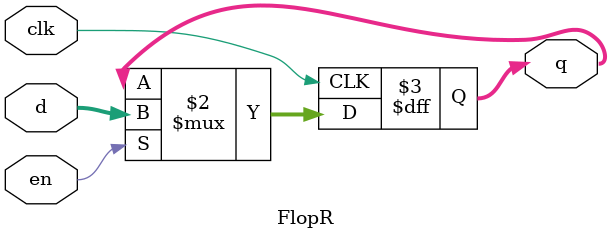
<source format=sv>
module synchronizer (
	input logic vcc,
	input logic gnd,
	input logic async_sig,
	input logic outclk,
	output logic out_sync_sig);

	wire fdc_aq, fdc_bq, fdc_1q;
	
	FlopR #(1) FDC_A(async_sig, fdc_1q, vcc, fdc_aq);
	FlopR #(1) FDC_B(outclk, gnd, fdc_aq, fdc_bq);
	FlopR #(1) FDC_C(outclk, gnd, fdc_bq, out_sync_sig);
	FlopR #(1) FDC_1(outclk, gnd, out_sync_sig, fdc_1q);
endmodule

module FlopR #(parameter N = 12) (
	input logic clk,
	input logic en,
	input logic [N-1:0] d,
	output logic [N-1:0] q);
	
	always_ff @(posedge clk)
	begin
		q <= en ? d : q;
	end
endmodule

</source>
